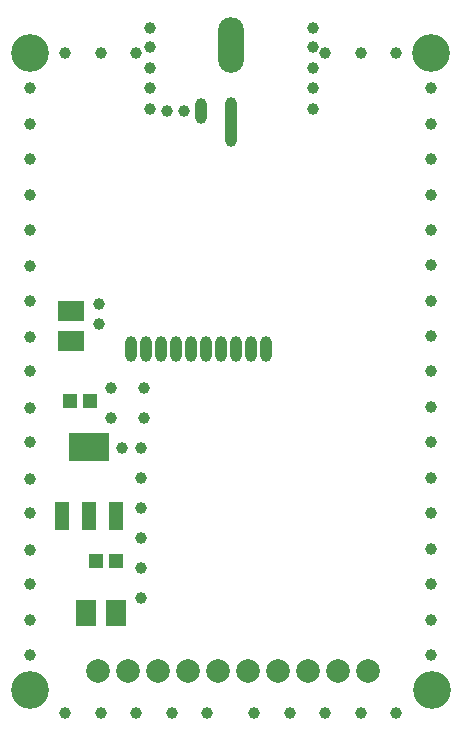
<source format=gbr>
G04 DipTrace 3.0.0.1*
G04 TopMask.gbr*
%MOIN*%
G04 #@! TF.FileFunction,Soldermask,Top*
G04 #@! TF.Part,Single*
%ADD34C,0.125984*%
%ADD37O,0.086614X0.185039*%
%ADD41R,0.135827X0.09252*%
%ADD43R,0.045276X0.09252*%
%ADD45C,0.03937*%
%ADD46O,0.03937X0.165354*%
%ADD48O,0.03937X0.086614*%
%ADD50C,0.07874*%
%ADD52R,0.051181X0.047244*%
%ADD54R,0.089869X0.069869*%
%ADD56R,0.069869X0.089869*%
%FSLAX26Y26*%
G04*
G70*
G90*
G75*
G01*
G04 TopMask*
%LPD*%
D56*
X699951Y768701D3*
X799951D3*
D54*
X649979Y1775096D3*
Y1675096D3*
D52*
X799951Y943701D3*
X733022D3*
X712487Y1475064D3*
X645558D3*
D50*
X737451Y574950D3*
D3*
D34*
X1852244Y512638D3*
X511811Y511811D3*
X1850394Y2637795D3*
X511811D3*
D50*
X937520Y576181D3*
D3*
X1037520D3*
D3*
X1137520D3*
D3*
D48*
X1081272Y2443906D3*
D46*
X1181272Y2406386D3*
D48*
X850031Y1650155D3*
X900031D3*
X950031D3*
X1000031D3*
X1050031D3*
X1150031Y1650165D3*
X1100031Y1650155D3*
X1200031D3*
X1250031D3*
X1300031D3*
D50*
X1337559Y576181D3*
D3*
X1437559D3*
D3*
X1537559D3*
D3*
D45*
X1850394Y629921D3*
Y2519685D3*
Y866142D3*
X511811Y2519685D3*
X1850394Y1102362D3*
X511811Y2283465D3*
X1850394Y1338583D3*
X511811Y2047244D3*
Y1811024D3*
Y1574803D3*
Y1338583D3*
Y1102362D3*
X1850394Y1574803D3*
Y1811024D3*
Y2047244D3*
X511811Y866142D3*
Y629921D3*
X1025017Y2443916D3*
X881244Y1318807D3*
X1850394Y2283465D3*
X881253Y1218812D3*
Y1118807D3*
X968761Y2443916D3*
X881253Y1018801D3*
X881245Y918819D3*
X912505Y2718945D3*
Y2656438D3*
X1732283Y2637795D3*
X881253Y818795D3*
X912505Y2587681D3*
Y2518924D3*
X893745Y1418812D3*
X781253Y1518819D3*
Y1418819D3*
X818753Y1318819D3*
X743738Y1731341D3*
X912505Y2450167D3*
X1456312Y2718945D3*
Y2656438D3*
Y2587681D3*
X748031Y2637795D3*
X629921D3*
X866142D3*
X743738Y1800098D3*
X512638Y744961D3*
X893753Y1518819D3*
X1850394Y2400748D3*
X1456312Y2518924D3*
X1850394Y747205D3*
Y983425D3*
Y1219646D3*
X1456312Y2450167D3*
X629921Y437795D3*
X866142D3*
X1732283D3*
X1614173D3*
X1377953D3*
X1102362D3*
X1850394Y1455866D3*
Y1692087D3*
Y1928307D3*
X1496063Y2637795D3*
X1850394Y2164528D3*
X1614173Y2637795D3*
X748031Y437795D3*
X1496063D3*
X1259843D3*
X984252D3*
X512638Y981181D3*
Y1217402D3*
Y1453622D3*
Y1689843D3*
Y1926063D3*
Y2162283D3*
Y2398504D3*
D50*
X1237520Y576181D3*
D3*
X1637598D3*
D3*
D43*
X618701Y1093701D3*
X709252D3*
X799803D3*
D41*
X709252Y1322047D3*
D37*
X1181181Y2662450D3*
D50*
X837480Y576181D3*
D3*
M02*

</source>
